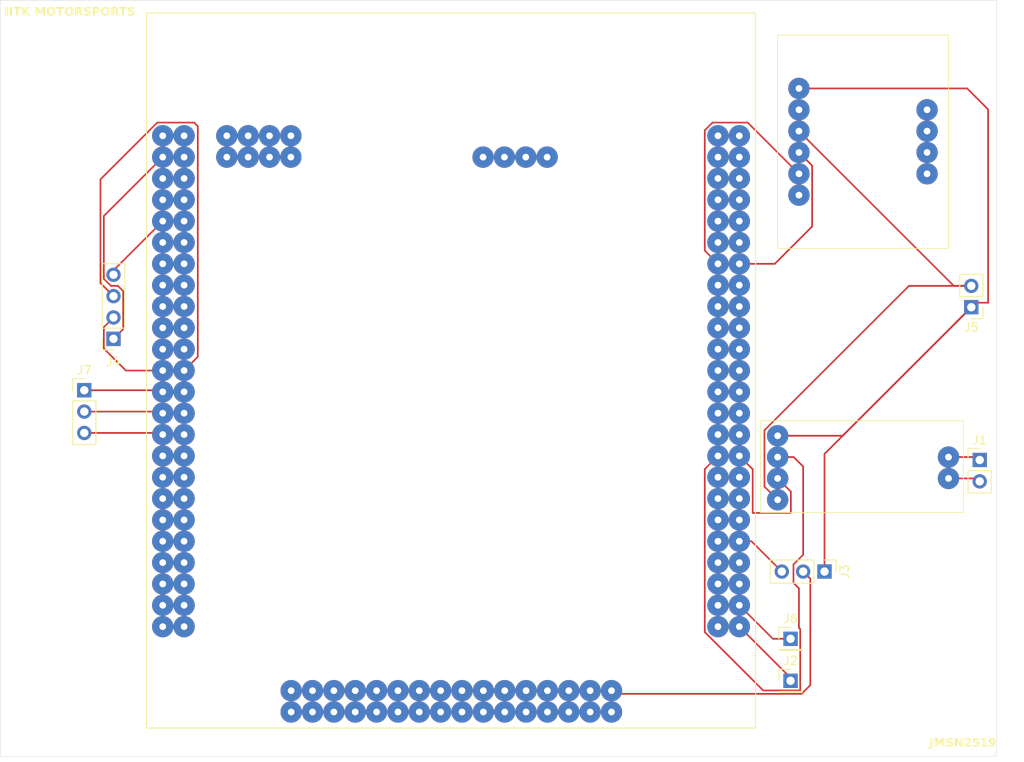
<source format=kicad_pcb>
(kicad_pcb (version 20241229) (generator "pcbnew") (generator_version "9.0")
  (layers (0 "F.Cu" signal) (2 "B.Cu" signal) (13 "F.Paste" user) (15 "B.Paste" user) (5 "F.SilkS" user "F.Silkscreen") (7 "B.SilkS" user "B.Silkscreen") (1 "F.Mask" user) (3 "B.Mask" user) (25 "Edge.Cuts" user))
  (net 0 "")
  (net 1 "GND")
  (net 2 "/CAN_L")
  (net 3 "/CAN_H")
  (net 4 "/APPS_AnIN")
  (net 5 "/IR_Out")
  (net 6 "+5V")
  (net 7 "/GPS_UART_RX")
  (net 8 "/CAN_TX")
  (net 9 "/CAN_RX")
  (net 10 "/GPS_UART_TX")
  (net 11 "Net-(J6-Pin_1)")
  (net 16 "Net-(J4-Pin_1)")
  (net 85 "Net-(U3-PB9)")
  (net 87 "Net-(U3-PB8)")
  (net 99 "/B")
  (net 100 "/O")
  (net 101 "/A")
  (footprint "Connector_PinHeader_2.54mm:PinHeader_1x01_P2.54mm_Vertical" (layer "F.Cu") (at 133 121.5)
    (property "Reference" "J6" (at 0 -2.38 0) (layer "F.SilkS"))
    (property "Value" "SOC")
    (fp_line (start -1.38 -1.38) (end 0 -1.38) (stroke (width 0.12)) (layer "F.SilkS"))
    (fp_line (start -1.38 0) (end -1.38 -1.38) (stroke (width 0.12)) (layer "F.SilkS"))
    (fp_line (start -1.38 1.27) (end -1.38 1.38) (stroke (width 0.12)) (layer "F.SilkS"))
    (fp_line (start -1.38 1.27) (end 1.38 1.27) (stroke (width 0.12)) (layer "F.SilkS"))
    (fp_line (start -1.38 1.38) (end 1.38 1.38) (stroke (width 0.12)) (layer "F.SilkS"))
    (fp_line (start 1.38 1.27) (end 1.38 1.38) (stroke (width 0.12)) (layer "F.SilkS"))
    (pad "1" thru_hole rect (at 0 0) (size 1.7 1.7) (drill 1) (layers "*.Cu" "*.Mask") (net 11 "Net-(J6-Pin_1)"))
  )
  (footprint "Connector_PinHeader_2.54mm:PinHeader_1x01_P2.54mm_Vertical" (layer "F.Cu") (at 133 126.5)
    (property "Reference" "J2" (at 0 -2.38 0) (layer "F.SilkS"))
    (property "Value" "APPS")
    (fp_line (start -1.38 -1.38) (end 0 -1.38) (stroke (width 0.12)) (layer "F.SilkS"))
    (fp_line (start -1.38 0) (end -1.38 -1.38) (stroke (width 0.12)) (layer "F.SilkS"))
    (fp_line (start -1.38 1.27) (end -1.38 1.38) (stroke (width 0.12)) (layer "F.SilkS"))
    (fp_line (start -1.38 1.27) (end 1.38 1.27) (stroke (width 0.12)) (layer "F.SilkS"))
    (fp_line (start -1.38 1.38) (end 1.38 1.38) (stroke (width 0.12)) (layer "F.SilkS"))
    (fp_line (start 1.38 1.27) (end 1.38 1.38) (stroke (width 0.12)) (layer "F.SilkS"))
    (pad "1" thru_hole rect (at 0 0) (size 1.7 1.7) (drill 1) (layers "*.Cu" "*.Mask") (net 4 "/APPS_AnIN"))
  )
  (footprint "Connector_PinSocket_2.54mm:PinSocket_1x04_P2.54mm_Vertical" (layer "F.Cu") (at 52.475 85.8 180)
    (property "Reference" "J4" (at 0 -2.77 0) (layer "F.SilkS"))
    (property "Value" "GPS")
    (fp_line (start 1.33 1.27) (end 1.33 8.95) (stroke (width 0.12)) (layer "F.SilkS"))
    (fp_line (start 1.33 -1.33) (end 1.33 0) (stroke (width 0.12)) (layer "F.SilkS"))
    (fp_line (start 0 -1.33) (end 1.33 -1.33) (stroke (width 0.12)) (layer "F.SilkS"))
    (fp_line (start -1.33 8.95) (end 1.33 8.95) (stroke (width 0.12)) (layer "F.SilkS"))
    (fp_line (start -1.33 1.27) (end 1.33 1.27) (stroke (width 0.12)) (layer "F.SilkS"))
    (fp_line (start -1.33 1.27) (end -1.33 8.95) (stroke (width 0.12)) (layer "F.SilkS"))
    (pad "1" thru_hole rect (at 0 0 180) (size 1.7 1.7) (drill 1) (layers "*.Cu" "*.Mask") (net 16 "Net-(J4-Pin_1)"))
    (pad "2" thru_hole circle (at 0 2.54 180) (size 1.7 1.7) (drill 1) (layers "*.Cu" "*.Mask") (net 10 "/GPS_UART_TX"))
    (pad "3" thru_hole circle (at 0 5.08 180) (size 1.7 1.7) (drill 1) (layers "*.Cu" "*.Mask") (net 7 "/GPS_UART_RX"))
    (pad "4" thru_hole circle (at 0 7.62 180) (size 1.7 1.7) (drill 1) (layers "*.Cu" "*.Mask") (net 1 "GND"))
  )
  (footprint "TJA1050:TJA1050" (layer "F.Cu") (at 141.627 107.242)
    (property "Reference" "U7" (hide yes))
    (property "Value" "~")
    (fp_rect (start -12.192 -11.684) (end 11.938 -0.762) (stroke (width 0.1)) (fill no) (layer "F.SilkS"))
    (pad "1" thru_hole circle (at -10.16 -9.906) (size 2.54 2.54) (drill 0.8) (layers "*.Cu" "*.Mask") (net 6 "+5V"))
    (pad "2" thru_hole circle (at -10.16 -7.366) (size 2.54 2.54) (drill 0.8) (layers "*.Cu" "*.Mask") (net 8 "/CAN_TX"))
    (pad "3" thru_hole circle (at -10.16 -4.826) (size 2.54 2.54) (drill 0.8) (layers "*.Cu" "*.Mask") (net 9 "/CAN_RX"))
    (pad "4" thru_hole circle (at -10.16 -2.286) (size 2.54 2.54) (drill 0.8) (layers "*.Cu" "*.Mask") (net 1 "GND"))
    (pad "5" thru_hole circle (at 10.16 -7.366) (size 2.54 2.54) (drill 0.8) (layers "*.Cu" "*.Mask") (net 3 "/CAN_H"))
    (pad "6" thru_hole circle (at 10.16 -4.826) (size 2.54 2.54) (drill 0.8) (layers "*.Cu" "*.Mask") (net 2 "/CAN_L"))
  )
  (footprint "STM32F4VE:STM32F4VE_blackBoard" (layer "F.Cu") (at 92.62 89.575)
    (property "Reference" "U3" (hide yes))
    (property "Value" "~")
    (fp_rect (start -36.225 -42.55) (end 36.225 42.55) (stroke (width 0.12)) (fill no) (layer "F.SilkS"))
    (pad "1" thru_hole circle (at -34.29 -15.24) (size 2.54 2.54) (drill 0.8) (layers "*.Cu" "*.Mask"))
    (pad "2" thru_hole circle (at -31.75 -15.24) (size 2.54 2.54) (drill 0.8) (layers "*.Cu" "*.Mask"))
    (pad "3" thru_hole circle (at -34.29 -12.7) (size 2.54 2.54) (drill 0.8) (layers "*.Cu" "*.Mask"))
    (pad "4" thru_hole circle (at -31.75 -12.7) (size 2.54 2.54) (drill 0.8) (layers "*.Cu" "*.Mask"))
    (pad "5" thru_hole circle (at -34.29 -10.16) (size 2.54 2.54) (drill 0.8) (layers "*.Cu" "*.Mask"))
    (pad "7" thru_hole circle (at -31.75 -10.16) (size 2.54 2.54) (drill 0.8) (layers "*.Cu" "*.Mask"))
    (pad "14" thru_hole circle (at 19.086 40.64) (size 2.54 2.54) (drill 0.8) (layers "*.Cu" "*.Mask"))
    (pad "15" thru_hole circle (at -34.29 -7.62) (size 2.54 2.54) (drill 0.8) (layers "*.Cu" "*.Mask"))
    (pad "16" thru_hole circle (at -31.75 -7.62) (size 2.54 2.54) (drill 0.8) (layers "*.Cu" "*.Mask"))
    (pad "17" thru_hole circle (at -34.29 -5.08) (size 2.54 2.54) (drill 0.8) (layers "*.Cu" "*.Mask"))
    (pad "18" thru_hole circle (at -31.75 -5.08) (size 2.54 2.54) (drill 0.8) (layers "*.Cu" "*.Mask"))
    (pad "20" thru_hole circle (at -34.29 -2.54) (size 2.54 2.54) (drill 0.8) (layers "*.Cu" "*.Mask"))
    (pad "21" thru_hole circle (at -31.75 -2.54) (size 2.54 2.54) (drill 0.8) (layers "*.Cu" "*.Mask"))
    (pad "23" thru_hole circle (at -34.29 0) (size 2.54 2.54) (drill 0.8) (layers "*.Cu" "*.Mask") (net 10 "/GPS_UART_TX"))
    (pad "24" thru_hole circle (at -31.75 0) (size 2.54 2.54) (drill 0.8) (layers "*.Cu" "*.Mask") (net 7 "/GPS_UART_RX"))
    (pad "25" thru_hole circle (at -34.29 2.54) (size 2.54 2.54) (drill 0.8) (layers "*.Cu" "*.Mask") (net 101 "/A"))
    (pad "26" thru_hole circle (at -31.75 2.54) (size 2.54 2.54) (drill 0.8) (layers "*.Cu" "*.Mask"))
    (pad "29" thru_hole circle (at -34.29 5.08) (size 2.54 2.54) (drill 0.8) (layers "*.Cu" "*.Mask") (net 99 "/B"))
    (pad "30" thru_hole circle (at -31.75 5.08) (size 2.54 2.54) (drill 0.8) (layers "*.Cu" "*.Mask"))
    (pad "31" thru_hole circle (at -34.29 7.62) (size 2.54 2.54) (drill 0.8) (layers "*.Cu" "*.Mask") (net 100 "/O"))
    (pad "32" thru_hole circle (at -31.75 7.62) (size 2.54 2.54) (drill 0.8) (layers "*.Cu" "*.Mask"))
    (pad "33" thru_hole circle (at -34.29 10.16) (size 2.54 2.54) (drill 0.8) (layers "*.Cu" "*.Mask"))
    (pad "34" thru_hole circle (at -31.75 10.16) (size 2.54 2.54) (drill 0.8) (layers "*.Cu" "*.Mask"))
    (pad "34" thru_hole circle (at -13.934 38.1) (size 2.54 2.54) (drill 0.8) (layers "*.Cu" "*.Mask"))
    (pad "35" thru_hole circle (at -34.29 12.7) (size 2.54 2.54) (drill 0.8) (layers "*.Cu" "*.Mask"))
    (pad "36" thru_hole circle (at -31.75 12.7) (size 2.54 2.54) (drill 0.8) (layers "*.Cu" "*.Mask"))
    (pad "36" thru_hole circle (at -13.934 40.64) (size 2.54 2.54) (drill 0.8) (layers "*.Cu" "*.Mask"))
    (pad "37" thru_hole circle (at 34.29 -22.86) (size 2.54 2.54) (drill 0.8) (layers "*.Cu" "*.Mask"))
    (pad "38" thru_hole circle (at -34.29 15.24) (size 2.54 2.54) (drill 0.8) (layers "*.Cu" "*.Mask"))
    (pad "38" thru_hole circle (at 3.846 40.64) (size 2.54 2.54) (drill 0.8) (layers "*.Cu" "*.Mask"))
    (pad "39" thru_hole circle (at -31.75 15.24) (size 2.54 2.54) (drill 0.8) (layers "*.Cu" "*.Mask"))
    (pad "39" thru_hole circle (at 3.846 38.1) (size 2.54 2.54) (drill 0.8) (layers "*.Cu" "*.Mask"))
    (pad "40" thru_hole circle (at -34.29 17.78) (size 2.54 2.54) (drill 0.8) (layers "*.Cu" "*.Mask"))
    (pad "40" thru_hole circle (at 6.386 40.64) (size 2.54 2.54) (drill 0.8) (layers "*.Cu" "*.Mask"))
    (pad "41" thru_hole circle (at -31.75 17.78) (size 2.54 2.54) (drill 0.8) (layers "*.Cu" "*.Mask"))
    (pad "41" thru_hole circle (at 6.386 38.1) (size 2.54 2.54) (drill 0.8) (layers "*.Cu" "*.Mask"))
    (pad "42" thru_hole circle (at -34.29 20.32) (size 2.54 2.54) (drill 0.8) (layers "*.Cu" "*.Mask"))
    (pad "42" thru_hole circle (at 8.926 40.64) (size 2.54 2.54) (drill 0.8) (layers "*.Cu" "*.Mask"))
    (pad "43" thru_hole circle (at -31.75 20.32) (size 2.54 2.54) (drill 0.8) (layers "*.Cu" "*.Mask"))
    (pad "43" thru_hole circle (at 8.926 38.1) (size 2.54 2.54) (drill 0.8) (layers "*.Cu" "*.Mask"))
    (pad "44" thru_hole circle (at -34.29 22.86) (size 2.54 2.54) (drill 0.8) (layers "*.Cu" "*.Mask"))
    (pad "44" thru_hole circle (at 11.466 40.64) (size 2.54 2.54) (drill 0.8) (layers "*.Cu" "*.Mask"))
    (pad "45" thru_hole circle (at -31.75 22.86) (size 2.54 2.54) (drill 0.8) (layers "*.Cu" "*.Mask"))
    (pad "45" thru_hole circle (at 11.466 38.1) (size 2.54 2.54) (drill 0.8) (layers "*.Cu" "*.Mask"))
    (pad "46" thru_hole circle (at -34.29 25.4) (size 2.54 2.54) (drill 0.8) (layers "*.Cu" "*.Mask"))
    (pad "46" thru_hole circle (at 14.006 40.64) (size 2.54 2.54) (drill 0.8) (layers "*.Cu" "*.Mask"))
    (pad "47" thru_hole circle (at -31.75 25.4) (size 2.54 2.54) (drill 0.8) (layers "*.Cu" "*.Mask"))
    (pad "48" thru_hole circle (at -34.29 27.94) (size 2.54 2.54) (drill 0.8) (layers "*.Cu" "*.Mask"))
    (pad "51" thru_hole circle (at -31.75 27.94) (size 2.54 2.54) (drill 0.8) (layers "*.Cu" "*.Mask"))
    (pad "51" thru_hole circle (at -8.854 40.64) (size 2.54 2.54) (drill 0.8) (layers "*.Cu" "*.Mask"))
    (pad "52" thru_hole circle (at -34.29 30.48) (size 2.54 2.54) (drill 0.8) (layers "*.Cu" "*.Mask"))
    (pad "52" thru_hole circle (at -8.854 38.1) (size 2.54 2.54) (drill 0.8) (layers "*.Cu" "*.Mask"))
    (pad "53" thru_hole circle (at -31.75 30.48) (size 2.54 2.54) (drill 0.8) (layers "*.Cu" "*.Mask"))
    (pad "53" thru_hole circle (at -11.394 40.64) (size 2.54 2.54) (drill 0.8) (layers "*.Cu" "*.Mask"))
    (pad "54" thru_hole circle (at -11.394 38.1) (size 2.54 2.54) (drill 0.8) (layers "*.Cu" "*.Mask") (net 4 "/APPS_AnIN"))
    (pad "54" thru_hole circle (at 34.29 30.48) (size 2.54 2.54) (drill 0.8) (layers "*.Cu" "*.Mask") (net 4 "/APPS_AnIN"))
    (pad "55" thru_hole circle (at 14.006 38.1) (size 2.54 2.54) (drill 0.8) (layers "*.Cu" "*.Mask"))
    (pad "55" thru_hole circle (at 31.75 30.48) (size 2.54 2.54) (drill 0.8) (layers "*.Cu" "*.Mask"))
    (pad "56" thru_hole circle (at 16.546 40.64) (size 2.54 2.54) (drill 0.8) (layers "*.Cu" "*.Mask") (net 11 "Net-(J6-Pin_1)"))
    (pad "56" thru_hole circle (at 34.29 27.94) (size 2.54 2.54) (drill 0.8) (layers "*.Cu" "*.Mask") (net 11 "Net-(J6-Pin_1)"))
    (pad "57" thru_hole circle (at 16.546 38.1) (size 2.54 2.54) (drill 0.8) (layers "*.Cu" "*.Mask"))
    (pad "57" thru_hole circle (at 31.75 27.94) (size 2.54 2.54) (drill 0.8) (layers "*.Cu" "*.Mask"))
    (pad "58" thru_hole circle (at 34.29 25.4) (size 2.54 2.54) (drill 0.8) (layers "*.Cu" "*.Mask"))
    (pad "59" thru_hole circle (at 31.75 25.4) (size 2.54 2.54) (drill 0.8) (layers "*.Cu" "*.Mask"))
    (pad "60" thru_hole circle (at -6.314 38.1) (size 2.54 2.54) (drill 0.8) (layers "*.Cu" "*.Mask"))
    (pad "60" thru_hole circle (at 34.29 22.86) (size 2.54 2.54) (drill 0.8) (layers "*.Cu" "*.Mask"))
    (pad "61" thru_hole circle (at -1.234 40.64) (size 2.54 2.54) (drill 0.8) (layers "*.Cu" "*.Mask"))
    (pad "61" thru_hole circle (at 31.75 22.86) (size 2.54 2.54) (drill 0.8) (layers "*.Cu" "*.Mask"))
    (pad "62" thru_hole circle (at -1.234 38.1) (size 2.54 2.54) (drill 0.8) (layers "*.Cu" "*.Mask") (net 5 "/IR_Out"))
    (pad "62" thru_hole circle (at 34.29 20.32) (size 2.54 2.54) (drill 0.8) (layers "*.Cu" "*.Mask") (net 5 "/IR_Out"))
    (pad "63" thru_hole circle (at 31.75 20.32) (size 2.54 2.54) (drill 0.8) (layers "*.Cu" "*.Mask"))
    (pad "64" thru_hole circle (at 34.29 17.78) (size 2.54 2.54) (drill 0.8) (layers "*.Cu" "*.Mask"))
    (pad "65" thru_hole circle (at 31.75 17.78) (size 2.54 2.54) (drill 0.8) (layers "*.Cu" "*.Mask"))
    (pad "66" thru_hole circle (at 34.29 15.24) (size 2.54 2.54) (drill 0.8) (layers "*.Cu" "*.Mask"))
    (pad "67" thru_hole circle (at 31.75 15.24) (size 2.54 2.54) (drill 0.8) (layers "*.Cu" "*.Mask"))
    (pad "68" thru_hole circle (at 3.81 -25.4) (size 2.54 2.54) (drill 0.8) (layers "*.Cu" "*.Mask"))
    (pad "68" thru_hole circle (at 34.29 12.7) (size 2.54 2.54) (drill 0.8) (layers "*.Cu" "*.Mask"))
    (pad "69" thru_hole circle (at 6.35 -25.4) (size 2.54 2.54) (drill 0.8) (layers "*.Cu" "*.Mask"))
    (pad "69" thru_hole circle (at 31.75 12.7) (size 2.54 2.54) (drill 0.8) (layers "*.Cu" "*.Mask"))
    (pad "70" thru_hole circle (at 34.29 10.16) (size 2.54 2.54) (drill 0.8) (layers "*.Cu" "*.Mask") (net 9 "/CAN_RX"))
    (pad "71" thru_hole circle (at 31.75 10.16) (size 2.54 2.54) (drill 0.8) (layers "*.Cu" "*.Mask") (net 8 "/CAN_TX"))
    (pad "77" thru_hole circle (at 34.29 7.62) (size 2.54 2.54) (drill 0.8) (layers "*.Cu" "*.Mask"))
    (pad "78" thru_hole circle (at 31.75 7.62) (size 2.54 2.54) (drill 0.8) (layers "*.Cu" "*.Mask"))
    (pad "79" thru_hole circle (at 34.29 5.08) (size 2.54 2.54) (drill 0.8) (layers "*.Cu" "*.Mask"))
    (pad "80" thru_hole circle (at 31.75 5.08) (size 2.54 2.54) (drill 0.8) (layers "*.Cu" "*.Mask"))
    (pad "81" thru_hole circle (at 1.306 40.64) (size 2.54 2.54) (drill 0.8) (layers "*.Cu" "*.Mask"))
    (pad "81" thru_hole circle (at 34.29 2.54) (size 2.54 2.54) (drill 0.8) (layers "*.Cu" "*.Mask"))
    (pad "82" thru_hole circle (at 1.306 38.1) (size 2.54 2.54) (drill 0.8) (layers "*.Cu" "*.Mask"))
    (pad "82" thru_hole circle (at 31.75 2.54) (size 2.54 2.54) (drill 0.8) (layers "*.Cu" "*.Mask"))
    (pad "83" thru_hole circle (at 34.29 0) (size 2.54 2.54) (drill 0.8) (layers "*.Cu" "*.Mask"))
    (pad "84" thru_hole circle (at 31.75 0) (size 2.54 2.54) (drill 0.8) (layers "*.Cu" "*.Mask"))
    (pad "85" thru_hole circle (at -3.774 38.1) (size 2.54 2.54) (drill 0.8) (layers "*.Cu" "*.Mask"))
    (pad "85" thru_hole circle (at 34.29 -2.54) (size 2.54 2.54) (drill 0.8) (layers "*.Cu" "*.Mask"))
    (pad "86" thru_hole circle (at -3.774 40.64) (size 2.54 2.54) (drill 0.8) (layers "*.Cu" "*.Mask"))
    (pad "86" thru_hole circle (at 31.75 -2.54) (size 2.54 2.54) (drill 0.8) (layers "*.Cu" "*.Mask"))
    (pad "87" thru_hole circle (at 34.29 -5.08) (size 2.54 2.54) (drill 0.8) (layers "*.Cu" "*.Mask"))
    (pad "88" thru_hole circle (at -6.314 40.64) (size 2.54 2.54) (drill 0.8) (layers "*.Cu" "*.Mask"))
    (pad "88" thru_hole circle (at 31.75 -5.08) (size 2.54 2.54) (drill 0.8) (layers "*.Cu" "*.Mask"))
    (pad "89" thru_hole circle (at -21.59 -25.4) (size 2.54 2.54) (drill 0.8) (layers "*.Cu" "*.Mask"))
    (pad "89" thru_hole circle (at 34.29 -7.62) (size 2.54 2.54) (drill 0.8) (layers "*.Cu" "*.Mask"))
    (pad "90" thru_hole circle (at -19.05 -25.4) (size 2.54 2.54) (drill 0.8) (layers "*.Cu" "*.Mask"))
    (pad "91" thru_hole circle (at -21.59 -27.94) (size 2.54 2.54) (drill 0.8) (layers "*.Cu" "*.Mask"))
    (pad "91" thru_hole circle (at 31.75 -7.62) (size 2.54 2.54) (drill 0.8) (layers "*.Cu" "*.Mask"))
    (pad "92" thru_hole circle (at -24.13 -25.4) (size 2.54 2.54) (drill 0.8) (layers "*.Cu" "*.Mask"))
    (pad "92" thru_hole circle (at 34.29 -10.16) (size 2.54 2.54) (drill 0.8) (layers "*.Cu" "*.Mask"))
    (pad "93" thru_hole circle (at -24.13 -27.94) (size 2.54 2.54) (drill 0.8) (layers "*.Cu" "*.Mask"))
    (pad "93" thru_hole circle (at 31.75 -10.16) (size 2.54 2.54) (drill 0.8) (layers "*.Cu" "*.Mask"))
    (pad "94" thru_hole circle (at 31.75 -22.86) (size 2.54 2.54) (drill 0.8) (layers "*.Cu" "*.Mask"))
    (pad "95" thru_hole circle (at -19.05 -27.94) (size 2.54 2.54) (drill 0.8) (layers "*.Cu" "*.Mask") (net 87 "Net-(U3-PB8)"))
    (pad "95" thru_hole circle (at 34.29 -12.7) (size 2.54 2.54) (drill 0.8) (layers "*.Cu" "*.Mask") (net 87 "Net-(U3-PB8)"))
    (pad "96" thru_hole circle (at 31.75 -12.7) (size 2.54 2.54) (drill 0.8) (layers "*.Cu" "*.Mask") (net 85 "Net-(U3-PB9)"))
    (pad "97" thru_hole circle (at 34.29 -15.24) (size 2.54 2.54) (drill 0.8) (layers "*.Cu" "*.Mask"))
    (pad "98" thru_hole circle (at 31.75 -15.24) (size 2.54 2.54) (drill 0.8) (layers "*.Cu" "*.Mask"))
    (pad "101" thru_hole circle (at -34.29 -27.94) (size 2.54 2.54) (drill 0.8) (layers "*.Cu" "*.Mask"))
    (pad "102" thru_hole circle (at -31.75 -27.94) (size 2.54 2.54) (drill 0.8) (layers "*.Cu" "*.Mask") (net 6 "+5V"))
    (pad "103" thru_hole circle (at -34.29 -25.4) (size 2.54 2.54) (drill 0.8) (layers "*.Cu" "*.Mask") (net 16 "Net-(J4-Pin_1)"))
    (pad "104" thru_hole circle (at -31.75 -25.4) (size 2.54 2.54) (drill 0.8) (layers "*.Cu" "*.Mask"))
    (pad "111" thru_hole circle (at -34.29 -22.86) (size 2.54 2.54) (drill 0.8) (layers "*.Cu" "*.Mask"))
    (pad "112" thru_hole circle (at -31.75 -22.86) (size 2.54 2.54) (drill 0.8) (layers "*.Cu" "*.Mask"))
    (pad "113" thru_hole circle (at -34.29 -20.32) (size 2.54 2.54) (drill 0.8) (layers "*.Cu" "*.Mask"))
    (pad "114" thru_hole circle (at -31.75 -20.32) (size 2.54 2.54) (drill 0.8) (layers "*.Cu" "*.Mask"))
    (pad "115" thru_hole circle (at 31.75 -27.94) (size 2.54 2.54) (drill 0.8) (layers "*.Cu" "*.Mask"))
    (pad "116" thru_hole circle (at 34.29 -27.94) (size 2.54 2.54) (drill 0.8) (layers "*.Cu" "*.Mask"))
    (pad "117" thru_hole circle (at 31.75 -25.4) (size 2.54 2.54) (drill 0.8) (layers "*.Cu" "*.Mask"))
    (pad "118" thru_hole circle (at 34.29 -25.4) (size 2.54 2.54) (drill 0.8) (layers "*.Cu" "*.Mask"))
    (pad "121" thru_hole circle (at -34.29 -17.78) (size 2.54 2.54) (drill 0.8) (layers "*.Cu" "*.Mask") (net 1 "GND"))
    (pad "122" thru_hole circle (at -31.75 -17.78) (size 2.54 2.54) (drill 0.8) (layers "*.Cu" "*.Mask") (net 1 "GND"))
    (pad "201" thru_hole circle (at 19.086 38.1) (size 2.54 2.54) (drill 0.8) (layers "*.Cu" "*.Mask") (net 1 "GND"))
    (pad "202" thru_hole circle (at -19.014 40.64) (size 2.54 2.54) (drill 0.8) (layers "*.Cu" "*.Mask") (net 1 "GND"))
    (pad "203" thru_hole circle (at -16.474 40.64) (size 2.54 2.54) (drill 0.8) (layers "*.Cu" "*.Mask") (net 1 "GND"))
    (pad "229" thru_hole circle (at -16.474 38.1) (size 2.54 2.54) (drill 0.8) (layers "*.Cu" "*.Mask"))
    (pad "241" thru_hole circle (at -26.67 -25.4) (size 2.54 2.54) (drill 0.8) (layers "*.Cu" "*.Mask") (net 1 "GND"))
    (pad "242" thru_hole circle (at -26.67 -27.94) (size 2.54 2.54) (drill 0.8) (layers "*.Cu" "*.Mask"))
    (pad "243" thru_hole circle (at -19.014 38.1) (size 2.54 2.54) (drill 0.8) (layers "*.Cu" "*.Mask"))
    (pad "251" thru_hole circle (at 11.43 -25.4) (size 2.54 2.54) (drill 0.8) (layers "*.Cu" "*.Mask"))
    (pad "252" thru_hole circle (at 8.89 -25.4) (size 2.54 2.54) (drill 0.8) (layers "*.Cu" "*.Mask") (net 1 "GND"))
    (pad "260" thru_hole circle (at 31.75 -20.32) (size 2.54 2.54) (drill 0.8) (layers "*.Cu" "*.Mask") (net 1 "GND"))
    (pad "261" thru_hole circle (at 34.29 -20.32) (size 2.54 2.54) (drill 0.8) (layers "*.Cu" "*.Mask") (net 1 "GND"))
    (pad "262" thru_hole circle (at 31.75 -17.78) (size 2.54 2.54) (drill 0.8) (layers "*.Cu" "*.Mask") (net 1 "GND"))
    (pad "263" thru_hole circle (at 34.29 -17.78) (size 2.54 2.54) (drill 0.8) (layers "*.Cu" "*.Mask") (net 1 "GND"))
  )
  (footprint "Connector_PinHeader_2.54mm:PinHeader_1x03_P2.54mm_Vertical" (layer "F.Cu") (at 49 91.92)
    (property "Reference" "J7" (at 0 -2.38 0) (layer "F.SilkS"))
    (property "Value" "RotEn")
    (fp_line (start -1.38 -1.38) (end 0 -1.38) (stroke (width 0.12)) (layer "F.SilkS"))
    (fp_line (start -1.38 0) (end -1.38 -1.38) (stroke (width 0.12)) (layer "F.SilkS"))
    (fp_line (start -1.38 1.27) (end -1.38 6.46) (stroke (width 0.12)) (layer "F.SilkS"))
    (fp_line (start -1.38 1.27) (end 1.38 1.27) (stroke (width 0.12)) (layer "F.SilkS"))
    (fp_line (start -1.38 6.46) (end 1.38 6.46) (stroke (width 0.12)) (layer "F.SilkS"))
    (fp_line (start 1.38 1.27) (end 1.38 6.46) (stroke (width 0.12)) (layer "F.SilkS"))
    (pad "1" thru_hole rect (at 0 0) (size 1.7 1.7) (drill 1) (layers "*.Cu" "*.Mask") (net 101 "/A"))
    (pad "2" thru_hole circle (at 0 2.54) (size 1.7 1.7) (drill 1) (layers "*.Cu" "*.Mask") (net 99 "/B"))
    (pad "3" thru_hole circle (at 0 5.08) (size 1.7 1.7) (drill 1) (layers "*.Cu" "*.Mask") (net 100 "/O"))
  )
  (footprint "Connector_PinHeader_2.54mm:PinHeader_1x02_P2.54mm_Vertical" (layer "F.Cu") (at 154.5 82.04 180)
    (property "Reference" "J5" (at 0 -2.38 0) (layer "F.SilkS"))
    (property "Value" "Supply")
    (fp_line (start 1.38 1.27) (end 1.38 3.92) (stroke (width 0.12)) (layer "F.SilkS"))
    (fp_line (start -1.38 3.92) (end 1.38 3.92) (stroke (width 0.12)) (layer "F.SilkS"))
    (fp_line (start -1.38 1.27) (end 1.38 1.27) (stroke (width 0.12)) (layer "F.SilkS"))
    (fp_line (start -1.38 1.27) (end -1.38 3.92) (stroke (width 0.12)) (layer "F.SilkS"))
    (fp_line (start -1.38 0) (end -1.38 -1.38) (stroke (width 0.12)) (layer "F.SilkS"))
    (fp_line (start -1.38 -1.38) (end 0 -1.38) (stroke (width 0.12)) (layer "F.SilkS"))
    (pad "1" thru_hole rect (at 0 0 180) (size 1.7 1.7) (drill 1) (layers "*.Cu" "*.Mask") (net 6 "+5V"))
    (pad "2" thru_hole circle (at 0 2.54 180) (size 1.7 1.7) (drill 1) (layers "*.Cu" "*.Mask") (net 1 "GND"))
  )
  (footprint "Connector_PinHeader_2.54mm:PinHeader_1x03_P2.54mm_Vertical" (layer "F.Cu") (at 137.04 113.5 -90)
    (property "Reference" "J3" (at 0 -2.38 90) (layer "F.SilkS"))
    (property "Value" "IRS")
    (fp_line (start -1.38 6.46) (end 1.38 6.46) (stroke (width 0.12)) (layer "F.SilkS"))
    (fp_line (start -1.38 1.27) (end -1.38 6.46) (stroke (width 0.12)) (layer "F.SilkS"))
    (fp_line (start -1.38 1.27) (end 1.38 1.27) (stroke (width 0.12)) (layer "F.SilkS"))
    (fp_line (start 1.38 1.27) (end 1.38 6.46) (stroke (width 0.12)) (layer "F.SilkS"))
    (fp_line (start -1.38 0) (end -1.38 -1.38) (stroke (width 0.12)) (layer "F.SilkS"))
    (fp_line (start -1.38 -1.38) (end 0 -1.38) (stroke (width 0.12)) (layer "F.SilkS"))
    (pad "1" thru_hole rect (at 0 0 270) (size 1.7 1.7) (drill 1) (layers "*.Cu" "*.Mask") (net 6 "+5V"))
    (pad "2" thru_hole circle (at 0 2.54 270) (size 1.7 1.7) (drill 1) (layers "*.Cu" "*.Mask") (net 1 "GND"))
    (pad "3" thru_hole circle (at 0 5.08 270) (size 1.7 1.7) (drill 1) (layers "*.Cu" "*.Mask") (net 5 "/IR_Out"))
  )
  (footprint "Connector_PinHeader_2.54mm:PinHeader_1x02_P2.54mm_Vertical" (layer "F.Cu") (at 155.5 100.225)
    (property "Reference" "J1" (at 0 -2.38 0) (layer "F.SilkS"))
    (property "Value" "CAN")
    (fp_line (start -1.38 -1.38) (end 0 -1.38) (stroke (width 0.12)) (layer "F.SilkS"))
    (fp_line (start -1.38 0) (end -1.38 -1.38) (stroke (width 0.12)) (layer "F.SilkS"))
    (fp_line (start -1.38 1.27) (end -1.38 3.92) (stroke (width 0.12)) (layer "F.SilkS"))
    (fp_line (start -1.38 1.27) (end 1.38 1.27) (stroke (width 0.12)) (layer "F.SilkS"))
    (fp_line (start -1.38 3.92) (end 1.38 3.92) (stroke (width 0.12)) (layer "F.SilkS"))
    (fp_line (start 1.38 1.27) (end 1.38 3.92) (stroke (width 0.12)) (layer "F.SilkS"))
    (pad "1" thru_hole rect (at 0 0) (size 1.7 1.7) (drill 1) (layers "*.Cu" "*.Mask") (net 3 "/CAN_H"))
    (pad "2" thru_hole circle (at 0 2.54) (size 1.7 1.7) (drill 1) (layers "*.Cu" "*.Mask") (net 2 "/CAN_L"))
  )
  (footprint "BNO_055:BNO055_IMU" (layer "F.Cu") (at 148.478 62.35 -90)
    (property "Reference" "U4" (hide yes))
    (property "Value" "~")
    (fp_rect (start -12.7 -3.302) (end 12.7 17.018) (stroke (width 0.1)) (fill no) (layer "F.SilkS"))
    (pad "1" thru_hole circle (at -6.35 14.478 270) (size 2.54 2.54) (drill 0.8) (layers "*.Cu" "*.Mask") (net 6 "+5V"))
    (pad "2" thru_hole circle (at -3.81 14.478 270) (size 2.54 2.54) (drill 0.8) (layers "*.Cu" "*.Mask"))
    (pad "3" thru_hole circle (at -1.27 14.478 270) (size 2.54 2.54) (drill 0.8) (layers "*.Cu" "*.Mask") (net 1 "GND"))
    (pad "4" thru_hole circle (at 1.27 14.478 270) (size 2.54 2.54) (drill 0.8) (layers "*.Cu" "*.Mask") (net 87 "Net-(U3-PB8)"))
    (pad "5" thru_hole circle (at 3.81 14.478 270) (size 2.54 2.54) (drill 0.8) (layers "*.Cu" "*.Mask") (net 85 "Net-(U3-PB9)"))
    (pad "6" thru_hole circle (at 6.35 14.478 270) (size 2.54 2.54) (drill 0.8) (layers "*.Cu" "*.Mask"))
    (pad "7" thru_hole circle (at -3.81 -0.762 270) (size 2.54 2.54) (drill 0.8) (layers "*.Cu" "*.Mask"))
    (pad "8" thru_hole circle (at -1.27 -0.762 270) (size 2.54 2.54) (drill 0.8) (layers "*.Cu" "*.Mask"))
    (pad "9" thru_hole circle (at 1.27 -0.762 270) (size 2.54 2.54) (drill 0.8) (layers "*.Cu" "*.Mask") (net 1 "GND"))
    (pad "10" thru_hole circle (at 3.81 -0.762 270) (size 2.54 2.54) (drill 0.8) (layers "*.Cu" "*.Mask") (net 1 "GND"))
  )
  (gr_rect (start 39 45.5) (end 157.5 135.5) (stroke (width 0.05)) (fill no) (layer "Edge.Cuts"))
  (gr_text "IITK MOTORSPORTS" (at 39.5 47.5 0) (layer "F.SilkS") (effects (font (size 1 1) (thickness 0.2) (bold yes) (italic yes)) (justify left bottom)))
  (gr_text "JMSN2519" (at 149.5 134.5 0) (layer "F.SilkS") (effects (font (size 1 1) (thickness 0.2) (bold yes) (italic yes)) (justify left bottom)))
  (segment (start 134 61.08) (end 152.42 79.5) (width 0.2) (layer "F.Cu") (net 1))
  (segment (start 52.475 78.18) (end 52.475 77.65) (width 0.2) (layer "F.Cu") (net 1))
  (segment (start 147.08127 79.5) (end 154.5 79.5) (width 0.2) (layer "F.Cu") (net 1))
  (segment (start 134.3171 128.052) (end 112.083 128.052) (width 0.2) (layer "F.Cu") (net 1))
  (segment (start 52.475 77.65) (end 58.33 71.795) (width 0.2) (layer "F.Cu") (net 1))
  (segment (start 131.467 104.956) (end 129.896 103.385) (width 0.2) (layer "F.Cu") (net 1))
  (segment (start 129.896 96.68527) (end 147.08127 79.5) (width 0.2) (layer "F.Cu") (net 1))
  (segment (start 112.083 128.052) (end 111.706 127.675) (width 0.2) (layer "F.Cu") (net 1))
  (segment (start 135.35 114.35) (end 135.35 127.0191) (width 0.2) (layer "F.Cu") (net 1))
  (segment (start 135.35 127.0191) (end 134.3171 128.052) (width 0.2) (layer "F.Cu") (net 1))
  (segment (start 134.5 113.5) (end 135.35 114.35) (width 0.2) (layer "F.Cu") (net 1))
  (segment (start 152.42 79.5) (end 154.5 79.5) (width 0.2) (layer "F.Cu") (net 1))
  (segment (start 129.896 103.385) (end 129.896 96.68527) (width 0.2) (layer "F.Cu") (net 1))
  (segment (start 151.787 102.416) (end 155.151 102.416) (width 0.2) (layer "F.Cu") (net 2))
  (segment (start 155.151 102.416) (end 155.5 102.765) (width 0.2) (layer "F.Cu") (net 2))
  (segment (start 155.151 99.876) (end 155.5 100.225) (width 0.2) (layer "F.Cu") (net 3))
  (segment (start 151.787 99.876) (end 155.151 99.876) (width 0.2) (layer "F.Cu") (net 3))
  (segment (start 133 126.145) (end 126.91 120.055) (width 0.2) (layer "F.Cu") (net 4))
  (segment (start 133 126.5) (end 133 126.145) (width 0.2) (layer "F.Cu") (net 4))
  (segment (start 131.96 113.5) (end 128.355 109.895) (width 0.2) (layer "F.Cu") (net 5))
  (segment (start 128.355 109.895) (end 126.91 109.895) (width 0.2) (layer "F.Cu") (net 5))
  (segment (start 137.04 113.5) (end 137.04 99.5) (width 0.2) (layer "F.Cu") (net 6))
  (segment (start 134 56) (end 154 56) (width 0.2) (layer "F.Cu") (net 6))
  (segment (start 152.44 84.1) (end 154.5 82.04) (width 0.2) (layer "F.Cu") (net 6))
  (segment (start 154 56) (end 156.5 58.5) (width 0.2) (layer "F.Cu") (net 6))
  (segment (start 139.204 97.336) (end 154.5 82.04) (width 0.2) (layer "F.Cu") (net 6))
  (segment (start 137.04 99.5) (end 154.5 82.04) (width 0.2) (layer "F.Cu") (net 6))
  (segment (start 131.467 97.336) (end 139.204 97.336) (width 0.2) (layer "F.Cu") (net 6))
  (segment (start 155.04 81.5) (end 154.5 82.04) (width 0.2) (layer "F.Cu") (net 6))
  (segment (start 156.5 58.5) (end 156.5 81.5) (width 0.2) (layer "F.Cu") (net 6))
  (segment (start 156.5 81.5) (end 155.04 81.5) (width 0.2) (layer "F.Cu") (net 6))
  (segment (start 50.923 66.82027) (end 57.67927 60.064) (width 0.2) (layer "F.Cu") (net 7))
  (segment (start 52.475 80.72) (end 50.923 79.168) (width 0.2) (layer "F.Cu") (net 7))
  (segment (start 50.923 79.168) (end 50.923 66.82027) (width 0.2) (layer "F.Cu") (net 7))
  (segment (start 57.67927 60.064) (end 62.064 60.064) (width 0.2) (layer "F.Cu") (net 7))
  (segment (start 62.064 60.064) (end 62.5 60.5) (width 0.2) (layer "F.Cu") (net 7))
  (segment (start 62.5 87.945) (end 60.87 89.575) (width 0.2) (layer "F.Cu") (net 7))
  (segment (start 62.5 60.5) (end 62.5 87.945) (width 0.2) (layer "F.Cu") (net 7))
  (segment (start 122.799 101.306) (end 124.37 99.735) (width 0.2) (layer "F.Cu") (net 8))
  (segment (start 134 120.198) (end 134.151 120.349) (width 0.2) (layer "F.Cu") (net 8))
  (segment (start 129.74427 127.651) (end 122.799 120.70573) (width 0.2) (layer "F.Cu") (net 8))
  (segment (start 131.467 99.876) (end 133.376 99.876) (width 0.2) (layer "F.Cu") (net 8))
  (segment (start 134.5 111.5) (end 133.349 112.651) (width 0.2) (layer "F.Cu") (net 8))
  (segment (start 134.151 120.349) (end 134.151 127.651) (width 0.2) (layer "F.Cu") (net 8))
  (segment (start 133.349 114.849) (end 134 115.5) (width 0.2) (layer "F.Cu") (net 8))
  (segment (start 134.151 127.651) (end 129.74427 127.651) (width 0.2) (layer "F.Cu") (net 8))
  (segment (start 134 115.5) (end 134 120.198) (width 0.2) (layer "F.Cu") (net 8))
  (segment (start 134.5 101) (end 134.5 111.5) (width 0.2) (layer "F.Cu") (net 8))
  (segment (start 122.799 120.70573) (end 122.799 101.306) (width 0.2) (layer "F.Cu") (net 8))
  (segment (start 133.349 112.651) (end 133.349 114.849) (width 0.2) (layer "F.Cu") (net 8))
  (segment (start 133.376 99.876) (end 134.5 101) (width 0.2) (layer "F.Cu") (net 8))
  (segment (start 128.5 101.325) (end 126.91 99.735) (width 0.2) (layer "F.Cu") (net 9))
  (segment (start 132.973 106.527) (end 128.527 106.527) (width 0.2) (layer "F.Cu") (net 9))
  (segment (start 133.038 103.987) (end 133.038 106.462) (width 0.2) (layer "F.Cu") (net 9))
  (segment (start 128.5 106.5) (end 128.5 101.325) (width 0.2) (layer "F.Cu") (net 9))
  (segment (start 131.467 102.416) (end 133.038 103.987) (width 0.2) (layer "F.Cu") (net 9))
  (segment (start 128.527 106.527) (end 128.5 106.5) (width 0.2) (layer "F.Cu") (net 9))
  (segment (start 133.038 106.462) (end 132.973 106.527) (width 0.2) (layer "F.Cu") (net 9))
  (segment (start 51.324 84.411) (end 51.324 86.951) (width 0.2) (layer "F.Cu") (net 10))
  (segment (start 53.948 89.575) (end 58.33 89.575) (width 0.2) (layer "F.Cu") (net 10))
  (segment (start 51.324 86.951) (end 53.948 89.575) (width 0.2) (layer "F.Cu") (net 10))
  (segment (start 52.475 83.26) (end 51.324 84.411) (width 0.2) (layer "F.Cu") (net 10))
  (segment (start 133 121.5) (end 130.895 121.5) (width 0.2) (layer "F.Cu") (net 11))
  (segment (start 130.895 121.5) (end 126.91 117.515) (width 0.2) (layer "F.Cu") (net 11))
  (segment (start 51.324 71.181) (end 58.33 64.175) (width 0.2) (layer "F.Cu") (net 16))
  (segment (start 51.324 78.65676) (end 51.324 71.181) (width 0.2) (layer "F.Cu") (net 16))
  (segment (start 52.475 85.8) (end 53.626 84.649) (width 0.2) (layer "F.Cu") (net 16))
  (segment (start 53.626 84.649) (end 53.626 80.126) (width 0.2) (layer "F.Cu") (net 16))
  (segment (start 52.16724 79.5) (end 51.324 78.65676) (width 0.2) (layer "F.Cu") (net 16))
  (segment (start 53 79.5) (end 52.16724 79.5) (width 0.2) (layer "F.Cu") (net 16))
  (segment (start 53.626 80.126) (end 53 79.5) (width 0.2) (layer "F.Cu") (net 16))
  (segment (start 123.71927 60.064) (end 122.799 60.98427) (width 0.2) (layer "F.Cu") (net 85))
  (segment (start 134 66.16) (end 127.904 60.064) (width 0.2) (layer "F.Cu") (net 85))
  (segment (start 127.904 60.064) (end 123.71927 60.064) (width 0.2) (layer "F.Cu") (net 85))
  (segment (start 122.799 75.304) (end 124.37 76.875) (width 0.2) (layer "F.Cu") (net 85))
  (segment (start 122.799 60.98427) (end 122.799 75.304) (width 0.2) (layer "F.Cu") (net 85))
  (segment (start 131.125 76.875) (end 126.91 76.875) (width 0.2) (layer "F.Cu") (net 87))
  (segment (start 135.571 72.429) (end 131.125 76.875) (width 0.2) (layer "F.Cu") (net 87))
  (segment (start 135.571 65.191) (end 135.571 72.429) (width 0.2) (layer "F.Cu") (net 87))
  (segment (start 134 63.62) (end 135.571 65.191) (width 0.2) (layer "F.Cu") (net 87))
  (segment (start 58.135 94.46) (end 58.33 94.655) (width 0.2) (layer "F.Cu") (net 99))
  (segment (start 49 94.46) (end 58.135 94.46) (width 0.2) (layer "F.Cu") (net 99))
  (segment (start 49 97) (end 58.135 97) (width 0.2) (layer "F.Cu") (net 100))
  (segment (start 58.135 97) (end 58.33 97.195) (width 0.2) (layer "F.Cu") (net 100))
  (segment (start 49 91.92) (end 58.135 91.92) (width 0.2) (layer "F.Cu") (net 101))
  (segment (start 58.135 91.92) (end 58.33 92.115) (width 0.2) (layer "F.Cu") (net 101))
)
</source>
